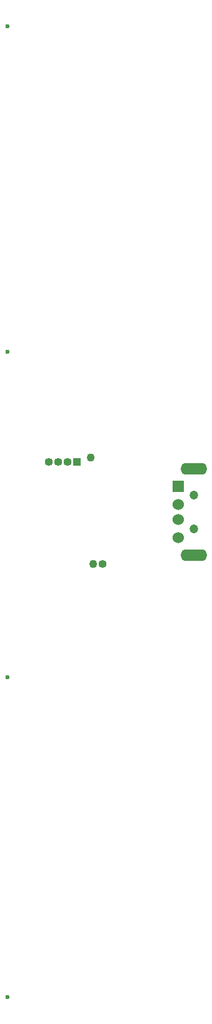
<source format=gts>
G04 #@! TF.GenerationSoftware,KiCad,Pcbnew,5.1.5+dfsg1-2build2*
G04 #@! TF.CreationDate,2022-02-08T13:34:06-05:00*
G04 #@! TF.ProjectId,mico,6d69636f-2e6b-4696-9361-645f70636258,0.1*
G04 #@! TF.SameCoordinates,Original*
G04 #@! TF.FileFunction,Soldermask,Top*
G04 #@! TF.FilePolarity,Negative*
%FSLAX46Y46*%
G04 Gerber Fmt 4.6, Leading zero omitted, Abs format (unit mm)*
G04 Created by KiCad (PCBNEW 5.1.5+dfsg1-2build2) date 2022-02-08 13:34:06*
%MOMM*%
%LPD*%
G04 APERTURE LIST*
%ADD10C,1.528000*%
%ADD11R,1.528000X1.528000*%
%ADD12O,3.600000X1.608000*%
%ADD13C,1.200000*%
%ADD14O,1.100000X1.100000*%
%ADD15R,1.100000X1.100000*%
%ADD16C,1.100000*%
%ADD17C,0.600000*%
G04 APERTURE END LIST*
D10*
X141900000Y-115500000D03*
X141900000Y-113000000D03*
X141900000Y-111000000D03*
D11*
X141900000Y-108500000D03*
D12*
X144000000Y-106150000D03*
X144000000Y-117850000D03*
D13*
X144000000Y-109700000D03*
X144000000Y-114300000D03*
D14*
X124390000Y-105200000D03*
X125660000Y-105200000D03*
X126930000Y-105200000D03*
D15*
X128200000Y-105200000D03*
D16*
X130048000Y-104648000D03*
D14*
X131670000Y-119000000D03*
D16*
X130400000Y-119000000D03*
D17*
X118737500Y-177668750D03*
X118750000Y-134325000D03*
X118750000Y-90325000D03*
X118750000Y-46325000D03*
M02*

</source>
